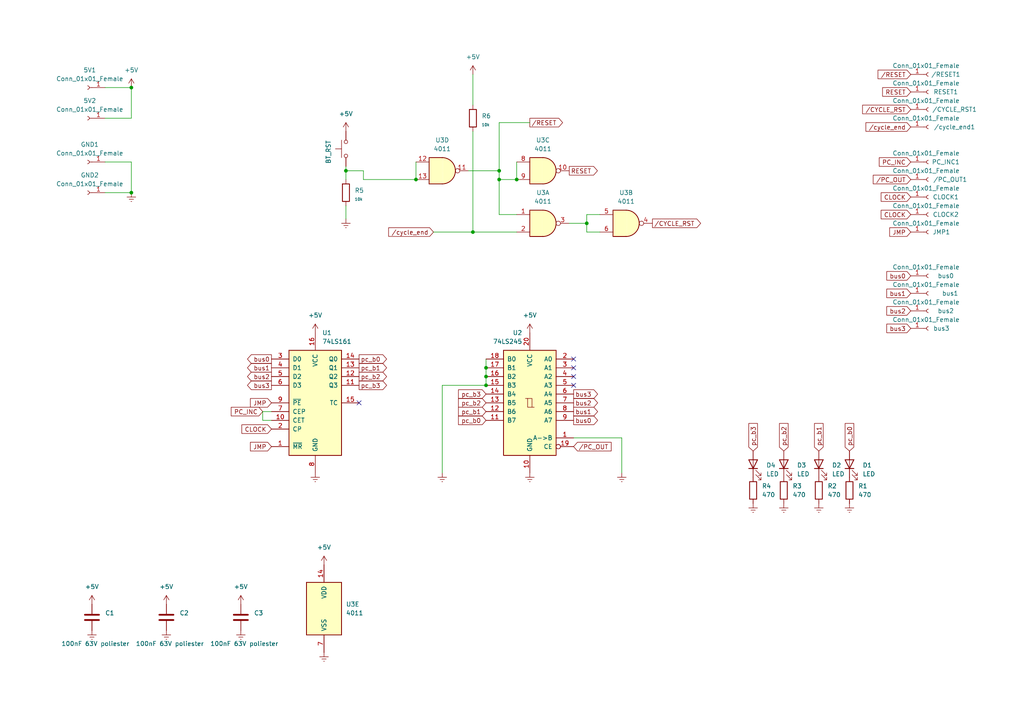
<source format=kicad_sch>
(kicad_sch (version 20230121) (generator eeschema)
  (paper "A4")
  (title_block (title "Program Counter") (date "2023-09-02") (company "Márcio José Baldo"))
  (lib_symbols
    (symbol "4xxx:4011" (pin_names (offset 1.016))
      (property "Reference" "U" (at 0 1.27 0))
      (property "Value" "4011" (at 0 -1.27 0))
      (symbol "4011_1_1"
        (arc (start 0 -3.81) (mid 3.7934 0) (end 0 3.81) (stroke (width 0.254)) (fill (type background)))
        (polyline (pts (xy 0 3.81) (xy -3.81 3.81) (xy -3.81 -3.81) (xy 0 -3.81)) (stroke (width 0.254)) (fill (type background)))
        (pin input line (at -7.62 2.54 0) (length 3.81) (name "~") (number "1"))
        (pin input line (at -7.62 -2.54 0) (length 3.81) (name "~") (number "2"))
        (pin output inverted (at 7.62 0 180) (length 3.81) (name "~") (number "3"))
      )
      (symbol "4011_1_2"
        (arc (start -3.81 -3.81) (mid -2.589 0) (end -3.81 3.81) (stroke (width 0.254)))
        (arc (start -0.6096 -3.81) (mid 2.1842 -2.5851) (end 3.81 0) (stroke (width 0.254)) (fill (type background)))
        (polyline (pts (xy -3.81 -3.81) (xy -0.635 -3.81)) (stroke (width 0.254)) (fill (type background)))
        (polyline (pts (xy -3.81 3.81) (xy -0.635 3.81)) (stroke (width 0.254)) (fill (type background)))
        (polyline (pts (xy -0.635 3.81) (xy -3.81 3.81) (xy -3.81 3.81) (xy -3.556 3.4036) (xy -3.0226 2.2606) (xy -2.6924 1.0414) (xy -2.6162 -0.254) (xy -2.7686 -1.4986) (xy -3.175 -2.7178) (xy -3.81 -3.81) (xy -3.81 -3.81) (xy -0.635 -3.81)) (stroke (width -25.4)) (fill (type background)))
        (arc (start 3.81 0) (mid 2.1915 2.5936) (end -0.6096 3.81) (stroke (width 0.254)) (fill (type background)))
        (pin input inverted (at -7.62 2.54 0) (length 4.318) (name "~") (number "1"))
        (pin input inverted (at -7.62 -2.54 0) (length 4.318) (name "~") (number "2"))
        (pin output line (at 7.62 0 180) (length 3.81) (name "~") (number "3"))
      )
      (symbol "4011_2_1"
        (arc (start 0 -3.81) (mid 3.7934 0) (end 0 3.81) (stroke (width 0.254)) (fill (type background)))
        (polyline (pts (xy 0 3.81) (xy -3.81 3.81) (xy -3.81 -3.81) (xy 0 -3.81)) (stroke (width 0.254)) (fill (type background)))
        (pin output inverted (at 7.62 0 180) (length 3.81) (name "~") (number "4"))
        (pin input line (at -7.62 2.54 0) (length 3.81) (name "~") (number "5"))
        (pin input line (at -7.62 -2.54 0) (length 3.81) (name "~") (number "6"))
      )
      (symbol "4011_2_2"
        (arc (start -3.81 -3.81) (mid -2.589 0) (end -3.81 3.81) (stroke (width 0.254)))
        (arc (start -0.6096 -3.81) (mid 2.1842 -2.5851) (end 3.81 0) (stroke (width 0.254)) (fill (type background)))
        (polyline (pts (xy -3.81 -3.81) (xy -0.635 -3.81)) (stroke (width 0.254)) (fill (type background)))
        (polyline (pts (xy -3.81 3.81) (xy -0.635 3.81)) (stroke (width 0.254)) (fill (type background)))
        (polyline (pts (xy -0.635 3.81) (xy -3.81 3.81) (xy -3.81 3.81) (xy -3.556 3.4036) (xy -3.0226 2.2606) (xy -2.6924 1.0414) (xy -2.6162 -0.254) (xy -2.7686 -1.4986) (xy -3.175 -2.7178) (xy -3.81 -3.81) (xy -3.81 -3.81) (xy -0.635 -3.81)) (stroke (width -25.4)) (fill (type background)))
        (arc (start 3.81 0) (mid 2.1915 2.5936) (end -0.6096 3.81) (stroke (width 0.254)) (fill (type background)))
        (pin output line (at 7.62 0 180) (length 3.81) (name "~") (number "4"))
        (pin input inverted (at -7.62 2.54 0) (length 4.318) (name "~") (number "5"))
        (pin input inverted (at -7.62 -2.54 0) (length 4.318) (name "~") (number "6"))
      )
      (symbol "4011_3_1"
        (arc (start 0 -3.81) (mid 3.7934 0) (end 0 3.81) (stroke (width 0.254)) (fill (type background)))
        (polyline (pts (xy 0 3.81) (xy -3.81 3.81) (xy -3.81 -3.81) (xy 0 -3.81)) (stroke (width 0.254)) (fill (type background)))
        (pin output inverted (at 7.62 0 180) (length 3.81) (name "~") (number "10"))
        (pin input line (at -7.62 2.54 0) (length 3.81) (name "~") (number "8"))
        (pin input line (at -7.62 -2.54 0) (length 3.81) (name "~") (number "9"))
      )
      (symbol "4011_3_2"
        (arc (start -3.81 -3.81) (mid -2.589 0) (end -3.81 3.81) (stroke (width 0.254)))
        (arc (start -0.6096 -3.81) (mid 2.1842 -2.5851) (end 3.81 0) (stroke (width 0.254)) (fill (type background)))
        (polyline (pts (xy -3.81 -3.81) (xy -0.635 -3.81)) (stroke (width 0.254)) (fill (type background)))
        (polyline (pts (xy -3.81 3.81) (xy -0.635 3.81)) (stroke (width 0.254)) (fill (type background)))
        (polyline (pts (xy -0.635 3.81) (xy -3.81 3.81) (xy -3.81 3.81) (xy -3.556 3.4036) (xy -3.0226 2.2606) (xy -2.6924 1.0414) (xy -2.6162 -0.254) (xy -2.7686 -1.4986) (xy -3.175 -2.7178) (xy -3.81 -3.81) (xy -3.81 -3.81) (xy -0.635 -3.81)) (stroke (width -25.4)) (fill (type background)))
        (arc (start 3.81 0) (mid 2.1915 2.5936) (end -0.6096 3.81) (stroke (width 0.254)) (fill (type background)))
        (pin output line (at 7.62 0 180) (length 3.81) (name "~") (number "10"))
        (pin input inverted (at -7.62 2.54 0) (length 4.318) (name "~") (number "8"))
        (pin input inverted (at -7.62 -2.54 0) (length 4.318) (name "~") (number "9"))
      )
      (symbol "4011_4_1"
        (arc (start 0 -3.81) (mid 3.7934 0) (end 0 3.81) (stroke (width 0.254)) (fill (type background)))
        (polyline (pts (xy 0 3.81) (xy -3.81 3.81) (xy -3.81 -3.81) (xy 0 -3.81)) (stroke (width 0.254)) (fill (type background)))
        (pin output inverted (at 7.62 0 180) (length 3.81) (name "~") (number "11"))
        (pin input line (at -7.62 2.54 0) (length 3.81) (name "~") (number "12"))
        (pin input line (at -7.62 -2.54 0) (length 3.81) (name "~") (number "13"))
      )
      (symbol "4011_4_2"
        (arc (start -3.81 -3.81) (mid -2.589 0) (end -3.81 3.81) (stroke (width 0.254)))
        (arc (start -0.6096 -3.81) (mid 2.1842 -2.5851) (end 3.81 0) (stroke (width 0.254)) (fill (type background)))
        (polyline (pts (xy -3.81 -3.81) (xy -0.635 -3.81)) (stroke (width 0.254)) (fill (type background)))
        (polyline (pts (xy -3.81 3.81) (xy -0.635 3.81)) (stroke (width 0.254)) (fill (type background)))
        (polyline (pts (xy -0.635 3.81) (xy -3.81 3.81) (xy -3.81 3.81) (xy -3.556 3.4036) (xy -3.0226 2.2606) (xy -2.6924 1.0414) (xy -2.6162 -0.254) (xy -2.7686 -1.4986) (xy -3.175 -2.7178) (xy -3.81 -3.81) (xy -3.81 -3.81) (xy -0.635 -3.81)) (stroke (width -25.4)) (fill (type background)))
        (arc (start 3.81 0) (mid 2.1915 2.5936) (end -0.6096 3.81) (stroke (width 0.254)) (fill (type background)))
        (pin output line (at 7.62 0 180) (length 3.81) (name "~") (number "11"))
        (pin input inverted (at -7.62 2.54 0) (length 4.318) (name "~") (number "12"))
        (pin input inverted (at -7.62 -2.54 0) (length 4.318) (name "~") (number "13"))
      )
      (symbol "4011_5_0"
        (pin power_in line (at 0 12.7 270) (length 5.08) (name "VDD") (number "14"))
        (pin power_in line (at 0 -12.7 90) (length 5.08) (name "VSS") (number "7"))
      )
      (symbol "4011_5_1"
        (rectangle (start -5.08 7.62) (end 5.08 -7.62) (stroke (width 0.254)) (fill (type background)))
      )
    )
    (symbol "74xx:74LS161" (pin_names (offset 1.016))
      (property "Reference" "U" (at -7.62 16.51 0))
      (property "Value" "74LS161" (at -7.62 -16.51 0))
      (symbol "74LS161_1_0"
        (pin input line (at -12.7 -12.7 0) (length 5.08) (name "~{MR}") (number "1"))
        (pin input line (at -12.7 -5.08 0) (length 5.08) (name "CET") (number "10"))
        (pin output line (at 12.7 5.08 180) (length 5.08) (name "Q3") (number "11"))
        (pin output line (at 12.7 7.62 180) (length 5.08) (name "Q2") (number "12"))
        (pin output line (at 12.7 10.16 180) (length 5.08) (name "Q1") (number "13"))
        (pin output line (at 12.7 12.7 180) (length 5.08) (name "Q0") (number "14"))
        (pin output line (at 12.7 0 180) (length 5.08) (name "TC") (number "15"))
        (pin power_in line (at 0 20.32 270) (length 5.08) (name "VCC") (number "16"))
        (pin input line (at -12.7 -7.62 0) (length 5.08) (name "CP") (number "2"))
        (pin input line (at -12.7 12.7 0) (length 5.08) (name "D0") (number "3"))
        (pin input line (at -12.7 10.16 0) (length 5.08) (name "D1") (number "4"))
        (pin input line (at -12.7 7.62 0) (length 5.08) (name "D2") (number "5"))
        (pin input line (at -12.7 5.08 0) (length 5.08) (name "D3") (number "6"))
        (pin input line (at -12.7 -2.54 0) (length 5.08) (name "CEP") (number "7"))
        (pin power_in line (at 0 -20.32 90) (length 5.08) (name "GND") (number "8"))
        (pin input line (at -12.7 0 0) (length 5.08) (name "~{PE}") (number "9"))
      )
      (symbol "74LS161_1_1"
        (rectangle (start -7.62 15.24) (end 7.62 -15.24) (stroke (width 0.254)) (fill (type background)))
      )
    )
    (symbol "74xx:74LS245" (pin_names (offset 1.016))
      (property "Reference" "U" (at -7.62 16.51 0))
      (property "Value" "74LS245" (at -7.62 -16.51 0))
      (symbol "74LS245_1_0"
        (polyline (pts (xy -0.635 -1.27) (xy -0.635 1.27) (xy 0.635 1.27)))
        (polyline (pts (xy -1.27 -1.27) (xy 0.635 -1.27) (xy 0.635 1.27) (xy 1.27 1.27)))
        (pin input line (at -12.7 -10.16 0) (length 5.08) (name "A->B") (number "1"))
        (pin power_in line (at 0 -20.32 90) (length 5.08) (name "GND") (number "10"))
        (pin tri_state line (at 12.7 -5.08 180) (length 5.08) (name "B7") (number "11"))
        (pin tri_state line (at 12.7 -2.54 180) (length 5.08) (name "B6") (number "12"))
        (pin tri_state line (at 12.7 0 180) (length 5.08) (name "B5") (number "13"))
        (pin tri_state line (at 12.7 2.54 180) (length 5.08) (name "B4") (number "14"))
        (pin tri_state line (at 12.7 5.08 180) (length 5.08) (name "B3") (number "15"))
        (pin tri_state line (at 12.7 7.62 180) (length 5.08) (name "B2") (number "16"))
        (pin tri_state line (at 12.7 10.16 180) (length 5.08) (name "B1") (number "17"))
        (pin tri_state line (at 12.7 12.7 180) (length 5.08) (name "B0") (number "18"))
        (pin input inverted (at -12.7 -12.7 0) (length 5.08) (name "CE") (number "19"))
        (pin tri_state line (at -12.7 12.7 0) (length 5.08) (name "A0") (number "2"))
        (pin power_in line (at 0 20.32 270) (length 5.08) (name "VCC") (number "20"))
        (pin tri_state line (at -12.7 10.16 0) (length 5.08) (name "A1") (number "3"))
        (pin tri_state line (at -12.7 7.62 0) (length 5.08) (name "A2") (number "4"))
        (pin tri_state line (at -12.7 5.08 0) (length 5.08) (name "A3") (number "5"))
        (pin tri_state line (at -12.7 2.54 0) (length 5.08) (name "A4") (number "6"))
        (pin tri_state line (at -12.7 0 0) (length 5.08) (name "A5") (number "7"))
        (pin tri_state line (at -12.7 -2.54 0) (length 5.08) (name "A6") (number "8"))
        (pin tri_state line (at -12.7 -5.08 0) (length 5.08) (name "A7") (number "9"))
      )
      (symbol "74LS245_1_1"
        (rectangle (start -7.62 15.24) (end 7.62 -15.24) (stroke (width 0.254)) (fill (type background)))
      )
    )
    (symbol "Connector:Conn_01x01_Female" (pin_names (offset 1.016) hide)
      (property "Reference" "J" (at 0 2.54 0))
      (property "Value" "Conn_01x01_Female" (at 0 -2.54 0))
      (symbol "Conn_01x01_Female_1_1"
        (polyline (pts (xy -1.27 0) (xy -0.508 0)) (stroke (width 0.1524)))
        (arc (start 0 0.508) (mid -0.5058 0) (end 0 -0.508) (stroke (width 0.1524)))
        (pin passive line (at -5.08 0 0) (length 3.81) (name "Pin_1") (number "1"))
      )
    )
    (symbol "Device:C" (pin_numbers hide) (pin_names (offset 0.254))
      (property "Reference" "C" (at 0.635 2.54 0))
      (property "Value" "C" (at 0.635 -2.54 0))
      (symbol "C_0_1"
        (polyline (pts (xy -2.032 -0.762) (xy 2.032 -0.762)) (stroke (width 0.508)))
        (polyline (pts (xy -2.032 0.762) (xy 2.032 0.762)) (stroke (width 0.508)))
      )
      (symbol "C_1_1"
        (pin passive line (at 0 3.81 270) (length 2.794) (name "~") (number "1"))
        (pin passive line (at 0 -3.81 90) (length 2.794) (name "~") (number "2"))
      )
    )
    (symbol "Device:LED" (pin_numbers hide) (pin_names (offset 1.016) hide)
      (property "Reference" "D" (at 0 2.54 0))
      (property "Value" "LED" (at 0 -2.54 0))
      (symbol "LED_0_1"
        (polyline (pts (xy -1.27 -1.27) (xy -1.27 1.27)) (stroke (width 0.254)))
        (polyline (pts (xy -1.27 0) (xy 1.27 0)))
        (polyline (pts (xy 1.27 -1.27) (xy 1.27 1.27) (xy -1.27 0) (xy 1.27 -1.27)) (stroke (width 0.254)))
        (polyline (pts (xy -3.048 -0.762) (xy -4.572 -2.286) (xy -3.81 -2.286) (xy -4.572 -2.286) (xy -4.572 -1.524)))
        (polyline (pts (xy -1.778 -0.762) (xy -3.302 -2.286) (xy -2.54 -2.286) (xy -3.302 -2.286) (xy -3.302 -1.524)))
      )
      (symbol "LED_1_1"
        (pin passive line (at -3.81 0 0) (length 2.54) (name "K") (number "1"))
        (pin passive line (at 3.81 0 180) (length 2.54) (name "A") (number "2"))
      )
    )
    (symbol "Device:R" (pin_numbers hide) (pin_names (offset 0))
      (property "Reference" "R" (at 2.032 0 90))
      (property "Value" "R" (at 0 0 90))
      (symbol "R_0_1"
        (rectangle (start -1.016 -2.54) (end 1.016 2.54) (stroke (width 0.254)))
      )
      (symbol "R_1_1"
        (pin passive line (at 0 3.81 270) (length 1.27) (name "~") (number "1"))
        (pin passive line (at 0 -3.81 90) (length 1.27) (name "~") (number "2"))
      )
    )
    (symbol "Switch:SW_Push" (pin_numbers hide) (pin_names (offset 1.016) hide)
      (property "Reference" "SW" (at 1.27 2.54 0))
      (property "Value" "SW_Push" (at 0 -1.524 0))
      (symbol "SW_Push_0_1"
        (circle (center -2.032 0) (radius 0.508))
        (polyline (pts (xy 0 1.27) (xy 0 3.048)))
        (polyline (pts (xy 2.54 1.27) (xy -2.54 1.27)))
        (circle (center 2.032 0) (radius 0.508))
        (pin passive line (at -5.08 0 0) (length 2.54) (name "1") (number "1"))
        (pin passive line (at 5.08 0 180) (length 2.54) (name "2") (number "2"))
      )
    )
    (symbol "power:+5V" (power) (pin_names (offset 0))
      (property "Value" "+5V" (at 0 3.556 0))
      (symbol "+5V_0_1"
        (polyline (pts (xy -0.762 1.27) (xy 0 2.54)))
        (polyline (pts (xy 0 0) (xy 0 2.54)))
        (polyline (pts (xy 0 2.54) (xy 0.762 1.27)))
      )
      (symbol "+5V_1_1"
        (pin power_in line (at 0 0 90) (length 0) hide (name "+5V") (number "1"))
      )
    )
    (symbol "power:Earth" (power) (pin_names (offset 0))
      (symbol "Earth_0_1"
        (polyline (pts (xy -0.635 -1.905) (xy 0.635 -1.905)))
        (polyline (pts (xy -0.127 -2.54) (xy 0.127 -2.54)))
        (polyline (pts (xy 0 -1.27) (xy 0 0)))
        (polyline (pts (xy 1.27 -1.27) (xy -1.27 -1.27)))
      )
      (symbol "Earth_1_1"
        (pin power_in line (at 0 0 270) (length 0) hide (name "Earth") (number "1"))
      )
    )
  )
  (junction (at 144.78 52.07))
  (junction (at 137.16 67.31))
  (junction (at 38.1 25.4))
  (junction (at 144.78 49.53))
  (junction (at 120.65 52.07))
  (junction (at 100.33 49.53))
  (junction (at 140.97 106.68))
  (junction (at 38.1 55.88))
  (junction (at 170.18 64.77))
  (junction (at 140.97 109.22))
  (junction (at 149.86 52.07))
  (junction (at 140.97 111.76))
  (no_connect (at 166.37 104.14))
  (no_connect (at 166.37 106.68))
  (no_connect (at 104.14 116.84))
  (no_connect (at 166.37 109.22))
  (no_connect (at 166.37 111.76))
  (wire (pts (xy 30.48 25.4) (xy 38.1 25.4)))
  (wire (pts (xy 137.16 21.59) (xy 137.16 30.48)))
  (wire (pts (xy 144.78 49.53) (xy 144.78 52.07)))
  (wire (pts (xy 38.1 34.29) (xy 38.1 25.4)))
  (wire (pts (xy 30.48 34.29) (xy 38.1 34.29)))
  (wire (pts (xy 100.33 59.69) (xy 100.33 63.5)))
  (wire (pts (xy 153.67 35.56) (xy 144.78 35.56)))
  (wire (pts (xy 125.73 67.31) (xy 137.16 67.31)))
  (wire (pts (xy 137.16 38.1) (xy 137.16 67.31)))
  (wire (pts (xy 140.97 104.14) (xy 140.97 106.68)))
  (wire (pts (xy 128.27 137.16) (xy 128.27 111.76)))
  (wire (pts (xy 30.48 46.99) (xy 38.1 46.99)))
  (wire (pts (xy 137.16 67.31) (xy 149.86 67.31)))
  (wire (pts (xy 144.78 35.56) (xy 144.78 49.53)))
  (wire (pts (xy 170.18 62.23) (xy 173.99 62.23)))
  (wire (pts (xy 173.99 67.31) (xy 170.18 67.31)))
  (wire (pts (xy 144.78 62.23) (xy 144.78 52.07)))
  (wire (pts (xy 30.48 55.88) (xy 38.1 55.88)))
  (wire (pts (xy 149.86 46.99) (xy 149.86 52.07)))
  (wire (pts (xy 140.97 109.22) (xy 140.97 111.76)))
  (wire (pts (xy 170.18 64.77) (xy 170.18 62.23)))
  (wire (pts (xy 180.34 127) (xy 180.34 137.16)))
  (wire (pts (xy 78.74 119.38) (xy 76.2 119.38)))
  (wire (pts (xy 166.37 127) (xy 180.34 127)))
  (wire (pts (xy 128.27 111.76) (xy 140.97 111.76)))
  (wire (pts (xy 144.78 52.07) (xy 149.86 52.07)))
  (wire (pts (xy 105.41 49.53) (xy 100.33 49.53)))
  (wire (pts (xy 149.86 62.23) (xy 144.78 62.23)))
  (wire (pts (xy 105.41 52.07) (xy 105.41 49.53)))
  (wire (pts (xy 165.1 64.77) (xy 170.18 64.77)))
  (wire (pts (xy 38.1 46.99) (xy 38.1 55.88)))
  (wire (pts (xy 120.65 46.99) (xy 120.65 52.07)))
  (wire (pts (xy 140.97 106.68) (xy 140.97 109.22)))
  (wire (pts (xy 100.33 48.26) (xy 100.33 49.53)))
  (wire (pts (xy 76.2 119.38) (xy 76.2 121.92)))
  (wire (pts (xy 135.89 49.53) (xy 144.78 49.53)))
  (wire (pts (xy 120.65 52.07) (xy 105.41 52.07)))
  (wire (pts (xy 170.18 67.31) (xy 170.18 64.77)))
  (wire (pts (xy 100.33 49.53) (xy 100.33 52.07)))
  (wire (pts (xy 76.2 121.92) (xy 78.74 121.92)))
  (global_label "{slash}cycle_end" (shape input) (at 264.16 36.83 180) (property "Intersheetrefs" "${INTERSHEET_REFS}" (effects hide)))
  (global_label "pc_b0" (shape input) (at 246.38 130.81 90) (property "Intersheetrefs" "${INTERSHEET_REFS}" (effects hide)))
  (global_label "{slash}PC_OUT" (shape input) (at 264.16 52.07 180) (property "Intersheetrefs" "${INTERSHEET_REFS}" (effects hide)))
  (global_label "bus0" (shape output) (at 78.74 104.14 180) (property "Intersheetrefs" "${INTERSHEET_REFS}" (effects hide)))
  (global_label "JMP" (shape input) (at 264.16 67.31 180) (property "Intersheetrefs" "${INTERSHEET_REFS}" (effects hide)))
  (global_label "pc_b3" (shape output) (at 104.14 111.76 0) (property "Intersheetrefs" "${INTERSHEET_REFS}" (effects hide)))
  (global_label "RESET" (shape output) (at 165.1 49.53 0) (property "Intersheetrefs" "${INTERSHEET_REFS}" (effects hide)))
  (global_label "pc_b1" (shape input) (at 140.97 119.38 180) (property "Intersheetrefs" "${INTERSHEET_REFS}" (effects hide)))
  (global_label "{slash}CYCLE_RST" (shape input) (at 264.16 31.75 180) (property "Intersheetrefs" "${INTERSHEET_REFS}" (effects hide)))
  (global_label "pc_b1" (shape input) (at 237.49 130.81 90) (property "Intersheetrefs" "${INTERSHEET_REFS}" (effects hide)))
  (global_label "JMP" (shape input) (at 78.74 129.54 180) (property "Intersheetrefs" "${INTERSHEET_REFS}" (effects hide)))
  (global_label "{slash}CYCLE_RST" (shape output) (at 189.23 64.77 0) (property "Intersheetrefs" "${INTERSHEET_REFS}" (effects hide)))
  (global_label "bus1" (shape input) (at 264.16 85.09 180) (property "Intersheetrefs" "${INTERSHEET_REFS}" (effects hide)))
  (global_label "pc_b2" (shape input) (at 140.97 116.84 180) (property "Intersheetrefs" "${INTERSHEET_REFS}" (effects hide)))
  (global_label "bus1" (shape output) (at 166.37 119.38 0) (property "Intersheetrefs" "${INTERSHEET_REFS}" (effects hide)))
  (global_label "pc_b2" (shape input) (at 227.33 130.81 90) (property "Intersheetrefs" "${INTERSHEET_REFS}" (effects hide)))
  (global_label "pc_b2" (shape output) (at 104.14 109.22 0) (property "Intersheetrefs" "${INTERSHEET_REFS}" (effects hide)))
  (global_label "pc_b0" (shape input) (at 140.97 121.92 180) (property "Intersheetrefs" "${INTERSHEET_REFS}" (effects hide)))
  (global_label "bus3" (shape output) (at 78.74 111.76 180) (property "Intersheetrefs" "${INTERSHEET_REFS}" (effects hide)))
  (global_label "bus0" (shape input) (at 264.16 80.01 180) (property "Intersheetrefs" "${INTERSHEET_REFS}" (effects hide)))
  (global_label "bus3" (shape output) (at 166.37 114.3 0) (property "Intersheetrefs" "${INTERSHEET_REFS}" (effects hide)))
  (global_label "pc_b3" (shape input) (at 218.44 130.81 90) (property "Intersheetrefs" "${INTERSHEET_REFS}" (effects hide)))
  (global_label "PC_INC" (shape input) (at 76.2 119.38 180) (property "Intersheetrefs" "${INTERSHEET_REFS}" (effects hide)))
  (global_label "{slash}cycle_end" (shape input) (at 125.73 67.31 180) (property "Intersheetrefs" "${INTERSHEET_REFS}" (effects hide)))
  (global_label "bus2" (shape input) (at 264.16 90.17 180) (property "Intersheetrefs" "${INTERSHEET_REFS}" (effects hide)))
  (global_label "bus2" (shape output) (at 166.37 116.84 0) (property "Intersheetrefs" "${INTERSHEET_REFS}" (effects hide)))
  (global_label "RESET" (shape input) (at 264.16 26.67 180) (property "Intersheetrefs" "${INTERSHEET_REFS}" (effects hide)))
  (global_label "CLOCK" (shape input) (at 264.16 62.23 180) (property "Intersheetrefs" "${INTERSHEET_REFS}" (effects hide)))
  (global_label "{slash}RESET" (shape output) (at 153.67 35.56 0) (property "Intersheetrefs" "${INTERSHEET_REFS}" (effects hide)))
  (global_label "CLOCK" (shape input) (at 264.16 57.15 180) (property "Intersheetrefs" "${INTERSHEET_REFS}" (effects hide)))
  (global_label "bus2" (shape output) (at 78.74 109.22 180) (property "Intersheetrefs" "${INTERSHEET_REFS}" (effects hide)))
  (global_label "bus0" (shape output) (at 166.37 121.92 0) (property "Intersheetrefs" "${INTERSHEET_REFS}" (effects hide)))
  (global_label "JMP" (shape input) (at 78.74 116.84 180) (property "Intersheetrefs" "${INTERSHEET_REFS}" (effects hide)))
  (global_label "pc_b1" (shape output) (at 104.14 106.68 0) (property "Intersheetrefs" "${INTERSHEET_REFS}" (effects hide)))
  (global_label "PC_INC" (shape input) (at 264.16 46.99 180) (property "Intersheetrefs" "${INTERSHEET_REFS}" (effects hide)))
  (global_label "bus1" (shape output) (at 78.74 106.68 180) (property "Intersheetrefs" "${INTERSHEET_REFS}" (effects hide)))
  (global_label "CLOCK" (shape input) (at 78.74 124.46 180) (property "Intersheetrefs" "${INTERSHEET_REFS}" (effects hide)))
  (global_label "{slash}RESET" (shape input) (at 264.16 21.59 180) (property "Intersheetrefs" "${INTERSHEET_REFS}" (effects hide)))
  (global_label "{slash}PC_OUT" (shape input) (at 166.37 129.54 0) (property "Intersheetrefs" "${INTERSHEET_REFS}" (effects hide)))
  (global_label "pc_b0" (shape output) (at 104.14 104.14 0) (property "Intersheetrefs" "${INTERSHEET_REFS}" (effects hide)))
  (global_label "pc_b3" (shape input) (at 140.97 114.3 180) (property "Intersheetrefs" "${INTERSHEET_REFS}" (effects hide)))
  (global_label "bus3" (shape input) (at 264.16 95.25 180) (property "Intersheetrefs" "${INTERSHEET_REFS}" (effects hide)))
  (symbol (lib_id "Connector:Conn_01x01_Female") (at 269.24 21.59 0) (mirror x) (unit 1)
    (property "Reference" "/RESET1" (at 274.32 21.59 0))
    (property "Value" "Conn_01x01_Female" (at 268.605 19.05 0))
    (property "Footprint" "Connector_PinHeader_1.00mm:PinHeader_1x01_P1.00mm_Vertical" (effects hide))
  )
  (symbol (lib_id "Device:LED") (at 218.44 134.62 90) (unit 1)
    (property "Reference" "D4" (at 222.25 134.9374 90) (effects (justify right)))
    (property "Value" "LED" (at 222.25 137.4774 90) (effects (justify right)))
    (property "Footprint" "LED_THT:LED_D3.0mm" (effects hide))
  )
  (symbol (lib_id "power:Earth") (at 153.67 137.16 0) (unit 1)
    (property "Reference" "#PWR04" (effects hide))
    (property "Value" "Earth" (effects hide))
  )
  (symbol (lib_id "Connector:Conn_01x01_Female") (at 269.24 52.07 0) (mirror x) (unit 1)
    (property "Reference" "/PC_OUT1" (at 275.59 52.07 0))
    (property "Value" "Conn_01x01_Female" (at 268.605 49.53 0))
    (property "Footprint" "Connector_PinHeader_1.00mm:PinHeader_1x01_P1.00mm_Vertical" (effects hide))
  )
  (symbol (lib_id "power:Earth") (at 180.34 137.16 0) (unit 1)
    (property "Reference" "#PWR06" (effects hide))
    (property "Value" "Earth" (effects hide))
  )
  (symbol (lib_id "4xxx:4011") (at 93.98 176.53 0) (unit 5) (in_bom no)
    (property "Reference" "U3" (at 100.33 175.2599 0) (effects (justify left)))
    (property "Value" "4011" (at 100.33 177.7999 0) (effects (justify left)))
    (property "Footprint" "Package_DIP:DIP-14_W7.62mm_Socket" (effects hide))
    (property "Datasheet" "http://www.intersil.com/content/dam/Intersil/documents/cd40/cd4011bms-12bms-23bms.pdf" (effects hide))
  )
  (symbol (lib_id "74xx:74LS245") (at 153.67 116.84 0) (mirror y) (unit 1)
    (property "Reference" "U2" (at 151.4759 96.52 0) (effects (justify left)))
    (property "Value" "74LS245" (at 151.4759 99.06 0) (effects (justify left)))
    (property "Footprint" "Package_DIP:DIP-20_W7.62mm" (effects hide))
    (property "Datasheet" "http://www.ti.com/lit/gpn/sn74LS245" (effects hide))
  )
  (symbol (lib_id "Device:LED") (at 227.33 134.62 90) (unit 1)
    (property "Reference" "D3" (at 231.14 134.9374 90) (effects (justify right)))
    (property "Value" "LED" (at 231.14 137.4774 90) (effects (justify right)))
    (property "Footprint" "LED_THT:LED_D3.0mm" (effects hide))
  )
  (symbol (lib_id "Device:R") (at 218.44 142.24 0) (unit 1)
    (property "Reference" "R4" (at 220.98 140.9699 0) (effects (justify left)))
    (property "Value" "470" (at 220.98 143.5099 0) (effects (justify left)))
    (property "Footprint" "Resistor_THT:R_Axial_DIN0204_L3.6mm_D1.6mm_P7.62mm_Horizontal" (effects hide))
  )
  (symbol (lib_id "Connector:Conn_01x01_Female") (at 269.24 80.01 0) (mirror x) (unit 1)
    (property "Reference" "bus0" (at 274.32 80.01 0))
    (property "Value" "Conn_01x01_Female" (at 268.605 77.47 0))
    (property "Footprint" "Connector_PinHeader_1.00mm:PinHeader_1x01_P1.00mm_Vertical" (effects hide))
  )
  (symbol (lib_id "power:+5V") (at 91.44 96.52 0) (unit 1)
    (property "Reference" "#PWR0116" (effects hide))
    (property "Value" "+5V" (at 91.44 91.44 0))
  )
  (symbol (lib_id "power:Earth") (at 26.67 182.88 0) (unit 1)
    (property "Reference" "#PWR0110" (effects hide))
    (property "Value" "Earth" (effects hide))
  )
  (symbol (lib_id "Connector:Conn_01x01_Female") (at 269.24 67.31 0) (mirror x) (unit 1)
    (property "Reference" "JMP1" (at 273.05 67.31 0))
    (property "Value" "Conn_01x01_Female" (at 268.605 64.77 0))
    (property "Footprint" "Connector_PinHeader_1.00mm:PinHeader_1x01_P1.00mm_Vertical" (effects hide))
  )
  (symbol (lib_id "power:Earth") (at 218.44 146.05 0) (unit 1)
    (property "Reference" "#PWR0102" (effects hide))
    (property "Value" "Earth" (effects hide))
  )
  (symbol (lib_id "Device:C") (at 69.85 179.07 0) (unit 1)
    (property "Reference" "C3" (at 73.66 177.8 0) (effects (justify left)))
    (property "Value" "100nF 63V poliester" (at 60.96 186.69 0) (effects (justify left)))
    (property "Footprint" "Capacitor_THT:CP_Radial_D5.0mm_P2.00mm" (effects hide))
  )
  (symbol (lib_id "Connector:Conn_01x01_Female") (at 269.24 85.09 0) (mirror x) (unit 1)
    (property "Reference" "bus1" (at 275.59 85.09 0))
    (property "Value" "Conn_01x01_Female" (at 268.605 82.55 0))
    (property "Footprint" "Connector_PinHeader_1.00mm:PinHeader_1x01_P1.00mm_Vertical" (effects hide))
  )
  (symbol (lib_id "Connector:Conn_01x01_Female") (at 269.24 36.83 0) (mirror x) (unit 1)
    (property "Reference" "/cycle_end1" (at 276.86 36.83 0))
    (property "Value" "Conn_01x01_Female" (at 268.605 34.29 0))
    (property "Footprint" "Connector_PinHeader_1.00mm:PinHeader_1x01_P1.00mm_Vertical" (effects hide))
  )
  (symbol (lib_id "Connector:Conn_01x01_Female") (at 269.24 62.23 0) (mirror x) (unit 1)
    (property "Reference" "CLOCK2" (at 274.32 62.23 0))
    (property "Value" "Conn_01x01_Female" (at 268.605 59.69 0))
    (property "Footprint" "Connector_PinHeader_1.00mm:PinHeader_1x01_P1.00mm_Vertical" (effects hide))
  )
  (symbol (lib_id "power:+5V") (at 69.85 175.26 0) (unit 1)
    (property "Reference" "#PWR07" (effects hide))
    (property "Value" "+5V" (at 69.85 170.18 0))
  )
  (symbol (lib_id "Device:R") (at 100.33 55.88 0) (unit 1)
    (property "Reference" "R5" (at 102.87 55.2449 0) (effects (justify left)))
    (property "Value" "10k" (at 102.87 57.785 0) (effects (font (size 0.8 0.8)) (justify left)))
    (property "Footprint" "Resistor_THT:R_Axial_DIN0204_L3.6mm_D1.6mm_P7.62mm_Horizontal" (effects hide))
  )
  (symbol (lib_id "Connector:Conn_01x01_Female") (at 25.4 25.4 180) (unit 1)
    (property "Reference" "5V1" (at 26.035 20.32 0))
    (property "Value" "Conn_01x01_Female" (at 26.035 22.86 0))
    (property "Footprint" "Connector_PinHeader_1.00mm:PinHeader_1x01_P1.00mm_Vertical" (effects hide))
  )
  (symbol (lib_id "4xxx:4011") (at 128.27 49.53 0) (unit 4) (in_bom no)
    (property "Reference" "U3" (at 128.27 40.64 0))
    (property "Value" "4011" (at 128.27 43.18 0))
    (property "Footprint" "Package_DIP:DIP-14_W7.62mm_Socket" (effects hide))
    (property "Datasheet" "http://www.intersil.com/content/dam/Intersil/documents/cd40/cd4011bms-12bms-23bms.pdf" (effects hide))
  )
  (symbol (lib_id "power:Earth") (at 38.1 55.88 0) (unit 1)
    (property "Reference" "#PWR0109" (effects hide))
    (property "Value" "Earth" (effects hide))
  )
  (symbol (lib_id "Device:C") (at 26.67 179.07 0) (unit 1)
    (property "Reference" "C1" (at 30.48 177.8 0) (effects (justify left)))
    (property "Value" "100nF 63V poliester" (at 17.78 186.69 0) (effects (justify left)))
    (property "Footprint" "Capacitor_THT:CP_Radial_D5.0mm_P2.00mm" (effects hide))
  )
  (symbol (lib_id "Switch:SW_Push") (at 100.33 43.18 90) (unit 1)
    (property "Reference" "SW1" (effects hide))
    (property "Value" "BT_RST" (at 95.25 40.64 0) (effects (justify right)))
    (property "Footprint" "Button_Switch_THT:SW_PUSH_6mm_H4.3mm" (effects hide))
  )
  (symbol (lib_id "power:+5V") (at 48.26 175.26 0) (unit 1)
    (property "Reference" "#PWR01" (effects hide))
    (property "Value" "+5V" (at 48.26 170.18 0))
  )
  (symbol (lib_id "Connector:Conn_01x01_Female") (at 269.24 31.75 0) (mirror x) (unit 1)
    (property "Reference" "/CYCLE_RST1" (at 276.86 31.75 0))
    (property "Value" "Conn_01x01_Female" (at 268.605 29.21 0))
    (property "Footprint" "Connector_PinHeader_1.00mm:PinHeader_1x01_P1.00mm_Vertical" (effects hide))
  )
  (symbol (lib_id "power:Earth") (at 100.33 63.5 0) (unit 1)
    (property "Reference" "#PWR0118" (effects hide))
    (property "Value" "Earth" (effects hide))
  )
  (symbol (lib_id "Connector:Conn_01x01_Female") (at 269.24 57.15 0) (mirror x) (unit 1)
    (property "Reference" "CLOCK1" (at 274.32 57.15 0))
    (property "Value" "Conn_01x01_Female" (at 268.605 54.61 0))
    (property "Footprint" "Connector_PinHeader_1.00mm:PinHeader_1x01_P1.00mm_Vertical" (effects hide))
  )
  (symbol (lib_id "Connector:Conn_01x01_Female") (at 269.24 26.67 0) (mirror x) (unit 1)
    (property "Reference" "RESET1" (at 274.32 26.67 0))
    (property "Value" "Conn_01x01_Female" (at 268.605 24.13 0))
    (property "Footprint" "Connector_PinHeader_1.00mm:PinHeader_1x01_P1.00mm_Vertical" (effects hide))
  )
  (symbol (lib_id "Device:R") (at 237.49 142.24 0) (unit 1)
    (property "Reference" "R2" (at 240.03 140.9699 0) (effects (justify left)))
    (property "Value" "470" (at 240.03 143.5099 0) (effects (justify left)))
    (property "Footprint" "Resistor_THT:R_Axial_DIN0204_L3.6mm_D1.6mm_P7.62mm_Horizontal" (effects hide))
  )
  (symbol (lib_id "power:+5V") (at 38.1 25.4 0) (unit 1)
    (property "Reference" "#PWR0108" (effects hide))
    (property "Value" "+5V" (at 38.1 20.32 0))
  )
  (symbol (lib_id "Connector:Conn_01x01_Female") (at 25.4 46.99 180) (unit 1)
    (property "Reference" "GND1" (at 26.035 41.91 0))
    (property "Value" "Conn_01x01_Female" (at 26.035 44.45 0))
    (property "Footprint" "Connector_PinHeader_1.00mm:PinHeader_1x01_P1.00mm_Vertical" (effects hide))
  )
  (symbol (lib_id "power:Earth") (at 69.85 182.88 0) (unit 1)
    (property "Reference" "#PWR08" (effects hide))
    (property "Value" "Earth" (effects hide))
  )
  (symbol (lib_id "Connector:Conn_01x01_Female") (at 25.4 34.29 180) (unit 1)
    (property "Reference" "5V2" (at 26.035 29.21 0))
    (property "Value" "Conn_01x01_Female" (at 26.035 31.75 0))
    (property "Footprint" "Connector_PinHeader_1.00mm:PinHeader_1x01_P1.00mm_Vertical" (effects hide))
  )
  (symbol (lib_id "power:+5V") (at 100.33 38.1 0) (unit 1)
    (property "Reference" "#PWR0117" (effects hide))
    (property "Value" "+5V" (at 100.33 33.02 0))
  )
  (symbol (lib_id "Device:C") (at 48.26 179.07 0) (unit 1)
    (property "Reference" "C2" (at 52.07 177.8 0) (effects (justify left)))
    (property "Value" "100nF 63V poliester" (at 39.37 186.69 0) (effects (justify left)))
    (property "Footprint" "Capacitor_THT:CP_Radial_D5.0mm_P2.00mm" (effects hide))
  )
  (symbol (lib_id "Device:LED") (at 246.38 134.62 90) (unit 1)
    (property "Reference" "D1" (at 250.19 134.9374 90) (effects (justify right)))
    (property "Value" "LED" (at 250.19 137.4774 90) (effects (justify right)))
    (property "Footprint" "LED_THT:LED_D3.0mm" (effects hide))
  )
  (symbol (lib_id "power:Earth") (at 91.44 137.16 0) (unit 1)
    (property "Reference" "#PWR0115" (effects hide))
    (property "Value" "Earth" (effects hide))
  )
  (symbol (lib_id "74xx:74LS161") (at 91.44 116.84 0) (unit 1)
    (property "Reference" "U1" (at 93.4594 96.52 0) (effects (justify left)))
    (property "Value" "74LS161" (at 93.4594 99.06 0) (effects (justify left)))
    (property "Footprint" "Package_DIP:DIP-16_W7.62mm" (effects hide))
    (property "Datasheet" "http://www.ti.com/lit/gpn/sn74LS161" (effects hide))
  )
  (symbol (lib_id "power:Earth") (at 93.98 189.23 0) (unit 1)
    (property "Reference" "#PWR0123" (effects hide))
    (property "Value" "Earth" (effects hide))
  )
  (symbol (lib_id "power:Earth") (at 128.27 137.16 0) (unit 1)
    (property "Reference" "#PWR05" (effects hide))
    (property "Value" "Earth" (effects hide))
  )
  (symbol (lib_id "Connector:Conn_01x01_Female") (at 269.24 90.17 0) (mirror x) (unit 1)
    (property "Reference" "bus2" (at 274.32 90.17 0))
    (property "Value" "Conn_01x01_Female" (at 268.605 87.63 0))
    (property "Footprint" "Connector_PinHeader_1.00mm:PinHeader_1x01_P1.00mm_Vertical" (effects hide))
  )
  (symbol (lib_id "Connector:Conn_01x01_Female") (at 269.24 95.25 0) (mirror x) (unit 1)
    (property "Reference" "bus3" (at 273.05 95.25 0))
    (property "Value" "Conn_01x01_Female" (at 268.605 92.71 0))
    (property "Footprint" "Connector_PinHeader_1.00mm:PinHeader_1x01_P1.00mm_Vertical" (effects hide))
  )
  (symbol (lib_id "Connector:Conn_01x01_Female") (at 25.4 55.88 180) (unit 1)
    (property "Reference" "GND2" (at 26.035 50.8 0))
    (property "Value" "Conn_01x01_Female" (at 26.035 53.34 0))
    (property "Footprint" "Connector_PinHeader_1.00mm:PinHeader_1x01_P1.00mm_Vertical" (effects hide))
  )
  (symbol (lib_id "power:+5V") (at 26.67 175.26 0) (unit 1)
    (property "Reference" "#PWR0111" (effects hide))
    (property "Value" "+5V" (at 26.67 170.18 0))
  )
  (symbol (lib_id "power:+5V") (at 153.67 96.52 0) (unit 1)
    (property "Reference" "#PWR03" (effects hide))
    (property "Value" "+5V" (at 153.67 91.44 0))
  )
  (symbol (lib_id "Device:LED") (at 237.49 134.62 90) (unit 1)
    (property "Reference" "D2" (at 241.3 134.9374 90) (effects (justify right)))
    (property "Value" "LED" (at 241.3 137.4774 90) (effects (justify right)))
    (property "Footprint" "LED_THT:LED_D3.0mm" (effects hide))
  )
  (symbol (lib_id "4xxx:4011") (at 157.48 49.53 0) (unit 3) (in_bom no)
    (property "Reference" "U3" (at 157.48 40.64 0))
    (property "Value" "4011" (at 157.48 43.18 0))
    (property "Footprint" "Package_DIP:DIP-14_W7.62mm_Socket" (effects hide))
    (property "Datasheet" "http://www.intersil.com/content/dam/Intersil/documents/cd40/cd4011bms-12bms-23bms.pdf" (effects hide))
  )
  (symbol (lib_id "4xxx:4011") (at 181.61 64.77 0) (unit 2) (in_bom no)
    (property "Reference" "U3" (at 181.61 55.88 0))
    (property "Value" "4011" (at 181.61 58.42 0))
    (property "Footprint" "Package_DIP:DIP-14_W7.62mm_Socket" (effects hide))
    (property "Datasheet" "http://www.intersil.com/content/dam/Intersil/documents/cd40/cd4011bms-12bms-23bms.pdf" (effects hide))
  )
  (symbol (lib_id "Connector:Conn_01x01_Female") (at 269.24 46.99 0) (mirror x) (unit 1)
    (property "Reference" "PC_INC1" (at 274.32 46.99 0))
    (property "Value" "Conn_01x01_Female" (at 268.605 44.45 0))
    (property "Footprint" "Connector_PinHeader_1.00mm:PinHeader_1x01_P1.00mm_Vertical" (effects hide))
  )
  (symbol (lib_id "Device:R") (at 137.16 34.29 0) (unit 1)
    (property "Reference" "R6" (at 139.7 33.6549 0) (effects (justify left)))
    (property "Value" "10k" (at 139.7 36.195 0) (effects (font (size 0.8 0.8)) (justify left)))
    (property "Footprint" "Resistor_THT:R_Axial_DIN0204_L3.6mm_D1.6mm_P7.62mm_Horizontal" (effects hide))
  )
  (symbol (lib_id "power:Earth") (at 227.33 146.05 0) (unit 1)
    (property "Reference" "#PWR0103" (effects hide))
    (property "Value" "Earth" (effects hide))
  )
  (symbol (lib_id "Device:R") (at 246.38 142.24 0) (unit 1)
    (property "Reference" "R1" (at 248.92 140.9699 0) (effects (justify left)))
    (property "Value" "470" (at 248.92 143.5099 0) (effects (justify left)))
    (property "Footprint" "Resistor_THT:R_Axial_DIN0204_L3.6mm_D1.6mm_P7.62mm_Horizontal" (effects hide))
  )
  (symbol (lib_id "power:Earth") (at 237.49 146.05 0) (unit 1)
    (property "Reference" "#PWR0104" (effects hide))
    (property "Value" "Earth" (effects hide))
  )
  (symbol (lib_id "power:+5V") (at 93.98 163.83 0) (unit 1)
    (property "Reference" "#PWR0121" (effects hide))
    (property "Value" "+5V" (at 93.98 158.75 0))
  )
  (symbol (lib_id "power:Earth") (at 246.38 146.05 0) (unit 1)
    (property "Reference" "#PWR0105" (effects hide))
    (property "Value" "Earth" (effects hide))
  )
  (symbol (lib_id "4xxx:4011") (at 157.48 64.77 0) (unit 1) (in_bom no)
    (property "Reference" "U3" (at 157.48 55.88 0))
    (property "Value" "4011" (at 157.48 58.42 0))
    (property "Footprint" "Package_DIP:DIP-14_W7.62mm_Socket" (effects hide))
    (property "Datasheet" "http://www.intersil.com/content/dam/Intersil/documents/cd40/cd4011bms-12bms-23bms.pdf" (effects hide))
  )
  (symbol (lib_id "Device:R") (at 227.33 142.24 0) (unit 1)
    (property "Reference" "R3" (at 229.87 140.9699 0) (effects (justify left)))
    (property "Value" "470" (at 229.87 143.5099 0) (effects (justify left)))
    (property "Footprint" "Resistor_THT:R_Axial_DIN0204_L3.6mm_D1.6mm_P7.62mm_Horizontal" (effects hide))
  )
  (symbol (lib_id "power:+5V") (at 137.16 21.59 0) (unit 1)
    (property "Reference" "#PWR0119" (effects hide))
    (property "Value" "+5V" (at 137.16 16.51 0))
  )
  (symbol (lib_id "power:Earth") (at 48.26 182.88 0) (unit 1)
    (property "Reference" "#PWR02" (effects hide))
    (property "Value" "Earth" (effects hide))
  )
)
</source>
